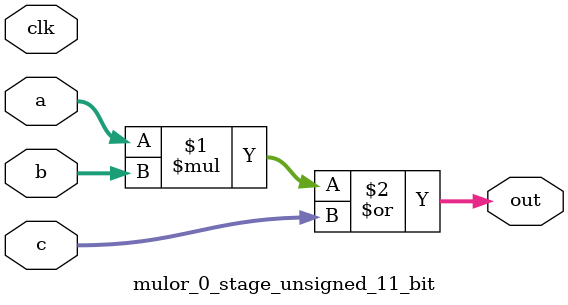
<source format=sv>
(* use_dsp = "yes" *) module mulor_0_stage_unsigned_11_bit(
	input  [10:0] a,
	input  [10:0] b,
	input  [10:0] c,
	output [10:0] out,
	input clk);

	assign out = (a * b) | c;
endmodule

</source>
